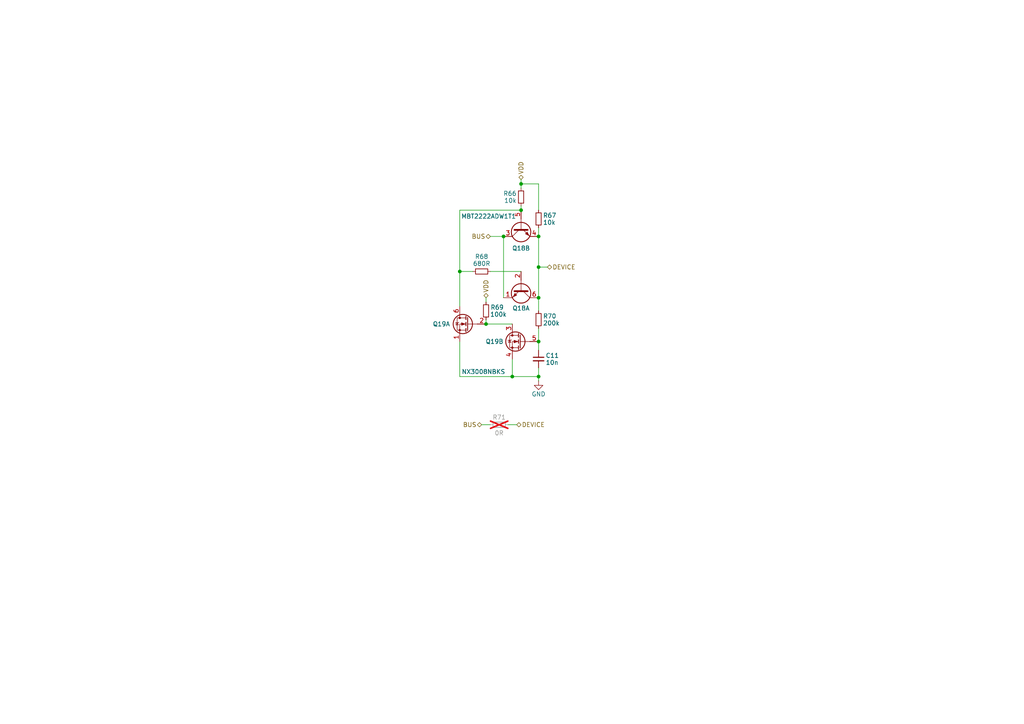
<source format=kicad_sch>
(kicad_sch (version 20250114) (generator "eeschema") (generator_version "9.0")
  (paper "A4")
  (title_block (title "Argus -Z Panel") (date "2025-06-23") (rev "Rev 5.0") (company "N. Khera") (comment 1 "V. Rajesh") (comment 2 "A. Sahay"))
  (lib_symbols
    (symbol "Argus-Miscellaneous:NX3008NBKS" (pin_names (offset 0.762) (hide yes))
      (property "Reference" "Q" (at 5.08 1.27 0))
      (property "Value" "NX3008NBKS" (at 5.08 -1.27 0))
      (symbol "NX3008NBKS_1_1"
        (polyline (pts (xy -1.016 1.905) (xy -1.016 -1.905)) (stroke (width 0.254)))
        (polyline (pts (xy -1.016 0) (xy -3.81 0)))
        (polyline (pts (xy -0.508 2.286) (xy -0.508 1.27)) (stroke (width 0.254)))
        (polyline (pts (xy -0.508 0.508) (xy -0.508 -0.508)) (stroke (width 0.254)))
        (polyline (pts (xy -0.508 -1.27) (xy -0.508 -2.286)) (stroke (width 0.254)))
        (polyline (pts (xy -0.508 -1.778) (xy 2.032 -1.778) (xy 2.032 1.778) (xy -0.508 1.778)))
        (polyline (pts (xy -0.254 0) (xy 0.762 0.381) (xy 0.762 -0.381) (xy -0.254 0)) (fill (type outline)))
        (circle (center 0.381 0) (radius 2.794) (stroke (width 0.254)))
        (polyline (pts (xy 1.27 2.54) (xy 1.27 1.778)))
        (circle (center 1.27 1.778) (radius 0.254) (fill (type outline)))
        (circle (center 1.27 -1.778) (radius 0.254) (fill (type outline)))
        (polyline (pts (xy 1.27 -2.54) (xy 1.27 0) (xy -0.508 0)))
        (polyline (pts (xy 1.524 0.508) (xy 1.651 0.381) (xy 2.413 0.381) (xy 2.54 0.254)))
        (polyline (pts (xy 2.032 0.381) (xy 1.651 -0.254) (xy 2.413 -0.254) (xy 2.032 0.381)))
        (pin input line (at -6.35 0 0) (length 2.54) (name "G2") (number "2"))
        (pin passive line (at 1.27 5.08 270) (length 2.54) (name "D1") (number "6"))
        (pin passive line (at 1.27 -5.08 90) (length 2.54) (name "S2") (number "1"))
      )
      (symbol "NX3008NBKS_2_1"
        (polyline (pts (xy -1.016 1.905) (xy -1.016 -1.905)) (stroke (width 0.254)))
        (polyline (pts (xy -1.016 0) (xy -3.81 0)))
        (polyline (pts (xy -0.508 2.286) (xy -0.508 1.27)) (stroke (width 0.254)))
        (polyline (pts (xy -0.508 0.508) (xy -0.508 -0.508)) (stroke (width 0.254)))
        (polyline (pts (xy -0.508 -1.27) (xy -0.508 -2.286)) (stroke (width 0.254)))
        (polyline (pts (xy -0.508 -1.778) (xy 2.032 -1.778) (xy 2.032 1.778) (xy -0.508 1.778)))
        (polyline (pts (xy -0.254 0) (xy 0.762 0.381) (xy 0.762 -0.381) (xy -0.254 0)) (fill (type outline)))
        (circle (center 0.381 0) (radius 2.794) (stroke (width 0.254)))
        (polyline (pts (xy 1.27 2.54) (xy 1.27 1.778)))
        (circle (center 1.27 1.778) (radius 0.254) (fill (type outline)))
        (circle (center 1.27 -1.778) (radius 0.254) (fill (type outline)))
        (polyline (pts (xy 1.27 -2.54) (xy 1.27 0) (xy -0.508 0)))
        (polyline (pts (xy 1.524 0.508) (xy 1.651 0.381) (xy 2.413 0.381) (xy 2.54 0.254)))
        (polyline (pts (xy 2.032 0.381) (xy 1.651 -0.254) (xy 2.413 -0.254) (xy 2.032 0.381)))
        (pin input line (at -6.35 0 0) (length 2.54) (name "G1") (number "5"))
        (pin passive line (at 1.27 5.08 270) (length 2.54) (name "D2") (number "3"))
        (pin passive line (at 1.27 -5.08 90) (length 2.54) (name "S1") (number "4"))
      )
    )
    (symbol "Device:C_Small" (pin_numbers (hide yes)) (pin_names (offset 0.254) (hide yes))
      (property "Reference" "C" (at 0.254 1.778 0))
      (property "Value" "C_Small" (at 0.254 -2.032 0))
      (symbol "C_Small_0_1"
        (polyline (pts (xy -1.524 0.508) (xy 1.524 0.508)) (stroke (width 0.3048)))
        (polyline (pts (xy -1.524 -0.508) (xy 1.524 -0.508)) (stroke (width 0.3302)))
      )
      (symbol "C_Small_1_1"
        (pin passive line (at 0 2.54 270) (length 2.032) (name "~") (number "1"))
        (pin passive line (at 0 -2.54 90) (length 2.032) (name "~") (number "2"))
      )
    )
    (symbol "Device:R_Small" (pin_numbers (hide yes)) (pin_names (offset 0.254) (hide yes))
      (property "Reference" "R" (at 0.762 0.508 0))
      (property "Value" "R_Small" (at 0.762 -1.016 0))
      (symbol "R_Small_0_1"
        (rectangle (start -0.762 1.778) (end 0.762 -1.778) (stroke (width 0.2032)))
      )
      (symbol "R_Small_1_1"
        (pin passive line (at 0 2.54 270) (length 0.762) (name "~") (number "1"))
        (pin passive line (at 0 -2.54 90) (length 0.762) (name "~") (number "2"))
      )
    )
    (symbol "Transistor_BJT:MBT2222ADW1T1" (pin_names (offset 0) (hide yes))
      (property "Reference" "Q" (at 5.08 1.27 0))
      (property "Value" "MBT2222ADW1T1" (at 5.08 -1.27 0))
      (symbol "MBT2222ADW1T1_0_1"
        (polyline (pts (xy 0.635 1.905) (xy 0.635 -1.905) (xy 0.635 -1.905)) (stroke (width 0.508)))
        (polyline (pts (xy 0.635 0.635) (xy 2.54 2.54)))
        (polyline (pts (xy 0.635 0) (xy -2.54 0)))
        (polyline (pts (xy 0.635 -0.635) (xy 2.54 -2.54) (xy 2.54 -2.54)))
        (circle (center 1.27 0) (radius 2.8194) (stroke (width 0.254)))
        (polyline (pts (xy 1.27 -1.778) (xy 1.778 -1.27) (xy 2.286 -2.286) (xy 1.27 -1.778) (xy 1.27 -1.778)) (fill (type outline)))
      )
      (symbol "MBT2222ADW1T1_1_1"
        (pin input line (at -5.08 0 0) (length 2.54) (name "B1") (number "2"))
        (pin passive line (at 2.54 5.08 270) (length 2.54) (name "C1") (number "6"))
        (pin passive line (at 2.54 -5.08 90) (length 2.54) (name "E1") (number "1"))
      )
      (symbol "MBT2222ADW1T1_2_1"
        (pin input line (at -5.08 0 0) (length 2.54) (name "B2") (number "5"))
        (pin passive line (at 2.54 5.08 270) (length 2.54) (name "C2") (number "3"))
        (pin passive line (at 2.54 -5.08 90) (length 2.54) (name "E2") (number "4"))
      )
    )
    (symbol "power:GND" (power) (pin_numbers (hide yes)) (pin_names (offset 0) (hide yes))
      (property "Value" "GND" (at 0 -3.81 0))
      (symbol "GND_0_1"
        (polyline (pts (xy 0 0) (xy 0 -1.27) (xy 1.27 -1.27) (xy 0 -2.54) (xy -1.27 -1.27) (xy 0 -1.27)))
      )
      (symbol "GND_1_1"
        (pin power_in line (at 0 0 270) (length 0) (name "~") (number "1"))
      )
    )
  )
  (junction (at 156.21 86.36))
  (junction (at 140.97 93.98))
  (junction (at 151.13 53.34))
  (junction (at 156.21 109.22))
  (junction (at 151.13 60.96))
  (junction (at 146.05 68.58))
  (junction (at 148.59 109.22))
  (junction (at 133.35 78.74))
  (junction (at 156.21 77.47))
  (junction (at 156.21 68.58))
  (junction (at 156.21 99.06))
  (wire (pts (xy 156.21 110.49) (xy 156.21 109.22)))
  (wire (pts (xy 151.13 59.69) (xy 151.13 60.96)))
  (wire (pts (xy 133.35 109.22) (xy 148.59 109.22)))
  (wire (pts (xy 146.05 68.58) (xy 146.05 86.36)))
  (wire (pts (xy 158.75 77.47) (xy 156.21 77.47)))
  (wire (pts (xy 156.21 53.34) (xy 156.21 60.96)))
  (wire (pts (xy 148.59 104.14) (xy 148.59 109.22)))
  (wire (pts (xy 156.21 66.04) (xy 156.21 68.58)))
  (wire (pts (xy 151.13 52.07) (xy 151.13 53.34)))
  (wire (pts (xy 140.97 93.98) (xy 148.59 93.98)))
  (wire (pts (xy 156.21 77.47) (xy 156.21 68.58)))
  (wire (pts (xy 151.13 53.34) (xy 151.13 54.61)))
  (wire (pts (xy 156.21 86.36) (xy 156.21 77.47)))
  (wire (pts (xy 156.21 86.36) (xy 156.21 90.17)))
  (wire (pts (xy 140.97 92.71) (xy 140.97 93.98)))
  (wire (pts (xy 133.35 88.9) (xy 133.35 78.74)))
  (wire (pts (xy 148.59 109.22) (xy 156.21 109.22)))
  (wire (pts (xy 133.35 99.06) (xy 133.35 109.22)))
  (wire (pts (xy 156.21 99.06) (xy 156.21 101.6)))
  (wire (pts (xy 133.35 78.74) (xy 137.16 78.74)))
  (wire (pts (xy 156.21 95.25) (xy 156.21 99.06)))
  (wire (pts (xy 142.24 78.74) (xy 151.13 78.74)))
  (wire (pts (xy 156.21 53.34) (xy 151.13 53.34)))
  (wire (pts (xy 156.21 106.68) (xy 156.21 109.22)))
  (wire (pts (xy 140.97 86.36) (xy 140.97 87.63)))
  (wire (pts (xy 142.24 68.58) (xy 146.05 68.58)))
  (wire (pts (xy 147.32 123.19) (xy 149.86 123.19)))
  (wire (pts (xy 139.7 123.19) (xy 142.24 123.19)))
  (wire (pts (xy 133.35 60.96) (xy 151.13 60.96)))
  (wire (pts (xy 133.35 78.74) (xy 133.35 60.96)))
  (hierarchical_label "DEVICE" (shape bidirectional) (at 149.86 123.19 0))
  (hierarchical_label "VDD" (shape bidirectional) (at 140.97 86.36 90))
  (hierarchical_label "VDD" (shape bidirectional) (at 151.13 52.07 90))
  (hierarchical_label "DEVICE" (shape bidirectional) (at 158.75 77.47 0))
  (hierarchical_label "BUS" (shape bidirectional) (at 139.7 123.19 180))
  (hierarchical_label "BUS" (shape bidirectional) (at 142.24 68.58 180))
  (symbol (lib_id "Device:R_Small") (at 156.21 63.5 0) (unit 1)
    (property "Reference" "R10" (at 157.48 62.484 0) (effects (justify left)))
    (property "Value" "10k" (at 157.48 64.516 0) (effects (justify left)))
    (property "Footprint" "Resistor_SMD:R_0603_1608Metric" (effects (hide yes)))
    (property "Description" "Resistor, small symbol" (effects (hide yes)))
    (instances (project "Z-" (path "" (reference "R67") (unit 1)) (path "" (reference "R73") (unit 1)) (path "" (reference "R10") (unit 1)) (path "" (reference "R4") (unit 1)) (path "" (reference "R53") (unit 1)) (path "" (reference "R59") (unit 1))))
  )
  (symbol (lib_id "Transistor_BJT:MBT2222ADW1T1") (at 151.13 66.04 90) (mirror x) (unit 2)
    (property "Reference" "Q3" (at 151.13 72.009 90))
    (property "Value" "MBT2222ADW1T1" (at 141.732 62.738 90))
    (property "Footprint" "Package_TO_SOT_SMD:SOT-363_SC-70-6" (effects (hide yes)))
    (property "Datasheet" "http://www.onsemi.com/pub_link/Collateral/MBT2222ADW1T1-D.PDF" (effects (hide yes)))
    (property "Description" "Dual NPN BJT - 2NPN" (effects (hide yes)))
    (property "Flight" "MBT2222ADW1T1G" (effects (hide yes)))
    (property "Manufacturer_Name" "ON Semiconductor" (effects (hide yes)))
    (property "Manufacturer_Part_Number" "MBT2222ADW1T1G" (effects (hide yes)))
    (property "Proto" "MBT2222ADW1T1G" (effects (hide yes)))
    (instances (project "Z-" (path "" (reference "Q18") (unit 2)) (path "" (reference "Q20") (unit 2)) (path "" (reference "Q3") (unit 2)) (path "" (reference "Q1") (unit 2)) (path "" (reference "Q14") (unit 2)) (path "" (reference "Q16") (unit 2))))
  )
  (symbol (lib_id "Device:R_Small") (at 139.7 78.74 270) (unit 1)
    (property "Reference" "R11" (at 139.7 74.422 90))
    (property "Value" "680R" (at 139.7 76.454 90))
    (property "Footprint" "Resistor_SMD:R_0603_1608Metric" (effects (hide yes)))
    (property "Description" "Resistor, small symbol" (effects (hide yes)))
    (instances (project "Z-" (path "" (reference "R68") (unit 1)) (path "" (reference "R74") (unit 1)) (path "" (reference "R11") (unit 1)) (path "" (reference "R5") (unit 1)) (path "" (reference "R54") (unit 1)) (path "" (reference "R60") (unit 1))))
  )
  (symbol (lib_id "Device:R_Small") (at 156.21 92.71 0) (unit 1)
    (property "Reference" "R13" (at 157.48 91.694 0) (effects (justify left)))
    (property "Value" "200k" (at 157.48 93.726 0) (effects (justify left)))
    (property "Footprint" "Resistor_SMD:R_0603_1608Metric" (effects (hide yes)))
    (property "Description" "Resistor, small symbol" (effects (hide yes)))
    (instances (project "Z-" (path "" (reference "R70") (unit 1)) (path "" (reference "R76") (unit 1)) (path "" (reference "R13") (unit 1)) (path "" (reference "R7") (unit 1)) (path "" (reference "R56") (unit 1)) (path "" (reference "R62") (unit 1))))
  )
  (symbol (lib_id "Device:R_Small") (at 151.13 57.15 0) (unit 1)
    (property "Reference" "R9" (at 149.86 56.134 0) (effects (justify right)))
    (property "Value" "10k" (at 149.86 58.166 0) (effects (justify right)))
    (property "Footprint" "Resistor_SMD:R_0603_1608Metric" (effects (hide yes)))
    (property "Description" "Resistor, small symbol" (effects (hide yes)))
    (instances (project "Z-" (path "" (reference "R66") (unit 1)) (path "" (reference "R72") (unit 1)) (path "" (reference "R9") (unit 1)) (path "" (reference "R3") (unit 1)) (path "" (reference "R52") (unit 1)) (path "" (reference "R58") (unit 1))))
  )
  (symbol (lib_id "Argus-Miscellaneous:NX3008NBKS") (at 149.86 99.06 0) (mirror y) (unit 2)
    (property "Reference" "Q4" (at 146.05 99.06 0) (effects (justify left)))
    (property "Value" "NX3008NBKS" (effects (hide yes)))
    (property "Footprint" "Package_TO_SOT_SMD:SOT-363_SC-70-6" (effects (hide yes)))
    (property "Datasheet" "https://assets.nexperia.com/documents/data-sheet/NX3008NBKS.pdf" (effects (hide yes)))
    (property "Description" "Dual N-Channel MOSFET - 2NMOS" (effects (hide yes)))
    (property "Manufacturer_Name" "Nexperia USA Inc." (effects (hide yes)))
    (property "Manufacturer_Part_Number" "NX3008NBKS" (effects (hide yes)))
    (instances (project "Z-" (path "" (reference "Q19") (unit 2)) (path "" (reference "Q21") (unit 2)) (path "" (reference "Q4") (unit 2)) (path "" (reference "Q2") (unit 2)) (path "" (reference "Q15") (unit 2)) (path "" (reference "Q17") (unit 2))))
  )
  (symbol (lib_id "Transistor_BJT:MBT2222ADW1T1") (at 151.13 83.82 270) (unit 1)
    (property "Reference" "Q3" (at 151.13 89.408 90))
    (property "Value" "MBT2222ADW1T1" (effects (hide yes)))
    (property "Footprint" "Package_TO_SOT_SMD:SOT-363_SC-70-6" (effects (hide yes)))
    (property "Datasheet" "http://www.onsemi.com/pub_link/Collateral/MBT2222ADW1T1-D.PDF" (effects (hide yes)))
    (property "Description" "Dual NPN BJT - 2NPN" (effects (hide yes)))
    (property "Flight" "MBT2222ADW1T1G" (effects (hide yes)))
    (property "Manufacturer_Name" "ON Semiconductor" (effects (hide yes)))
    (property "Manufacturer_Part_Number" "MBT2222ADW1T1G" (effects (hide yes)))
    (property "Proto" "MBT2222ADW1T1G" (effects (hide yes)))
    (instances (project "Z-" (path "" (reference "Q18") (unit 1)) (path "" (reference "Q20") (unit 1)) (path "" (reference "Q3") (unit 1)) (path "" (reference "Q1") (unit 1)) (path "" (reference "Q14") (unit 1)) (path "" (reference "Q16") (unit 1))))
  )
  (symbol (lib_id "Device:R_Small") (at 140.97 90.17 0) (unit 1)
    (property "Reference" "R12" (at 142.24 89.154 0) (effects (justify left)))
    (property "Value" "100k" (at 142.113 91.186 0) (effects (justify left)))
    (property "Footprint" "Resistor_SMD:R_0603_1608Metric" (effects (hide yes)))
    (property "Description" "Resistor, small symbol" (effects (hide yes)))
    (instances (project "Z-" (path "" (reference "R69") (unit 1)) (path "" (reference "R75") (unit 1)) (path "" (reference "R12") (unit 1)) (path "" (reference "R6") (unit 1)) (path "" (reference "R55") (unit 1)) (path "" (reference "R61") (unit 1))))
  )
  (symbol (lib_id "Device:R_Small") (at 144.78 123.19 270) (unit 1) (in_bom no) (dnp yes)
    (property "Reference" "R14" (at 144.78 121.031 90))
    (property "Value" "0R" (at 144.78 125.603 90))
    (property "Footprint" "Resistor_SMD:R_0603_1608Metric" (effects (hide yes)))
    (property "Description" "Resistor, small symbol" (effects (hide yes)))
    (property "DNI" "DNI" (effects (hide yes)))
    (instances (project "Z-" (path "" (reference "R71") (unit 1)) (path "" (reference "R77") (unit 1)) (path "" (reference "R14") (unit 1)) (path "" (reference "R8") (unit 1)) (path "" (reference "R57") (unit 1)) (path "" (reference "R63") (unit 1))))
  )
  (symbol (lib_id "power:GND") (at 156.21 110.49 0) (unit 1)
    (property "Reference" "#PWR010" (effects (hide yes)))
    (property "Value" "GND" (at 156.21 114.3 0))
    (instances (project "Z-" (path "" (reference "#PWR013") (unit 1)) (path "" (reference "#PWR028") (unit 1)) (path "" (reference "#PWR010") (unit 1)) (path "" (reference "#PWR011") (unit 1)) (path "" (reference "#PWR031") (unit 1)) (path "" (reference "#PWR033") (unit 1))))
  )
  (symbol (lib_id "Device:C_Small") (at 156.21 104.14 0) (unit 1)
    (property "Reference" "C3" (at 158.242 103.124 0) (effects (justify left)))
    (property "Value" "10n" (at 158.242 105.156 0) (effects (justify left)))
    (property "Footprint" "Capacitor_SMD:C_0603_1608Metric" (effects (hide yes)))
    (property "Description" "Unpolarized capacitor, small symbol" (effects (hide yes)))
    (instances (project "Z-" (path "" (reference "C11") (unit 1)) (path "" (reference "C12") (unit 1)) (path "" (reference "C3") (unit 1)) (path "" (reference "C2") (unit 1)) (path "" (reference "C6") (unit 1)) (path "" (reference "C7") (unit 1))))
  )
  (symbol (lib_id "Argus-Miscellaneous:NX3008NBKS") (at 134.62 93.98 0) (mirror y) (unit 1)
    (property "Reference" "Q4" (at 130.556 93.98 0) (effects (justify left)))
    (property "Value" "NX3008NBKS" (at 146.558 107.823 0) (effects (justify left)))
    (property "Footprint" "Package_TO_SOT_SMD:SOT-363_SC-70-6" (effects (hide yes)))
    (property "Datasheet" "https://assets.nexperia.com/documents/data-sheet/NX3008NBKS.pdf" (effects (hide yes)))
    (property "Description" "Dual N-Channel MOSFET - 2NMOS" (effects (hide yes)))
    (property "Manufacturer_Name" "Nexperia USA Inc." (effects (hide yes)))
    (property "Manufacturer_Part_Number" "NX3008NBKS" (effects (hide yes)))
    (instances (project "Z-" (path "" (reference "Q19") (unit 1)) (path "" (reference "Q21") (unit 1)) (path "" (reference "Q4") (unit 1)) (path "" (reference "Q2") (unit 1)) (path "" (reference "Q15") (unit 1)) (path "" (reference "Q17") (unit 1))))
  )
)
</source>
